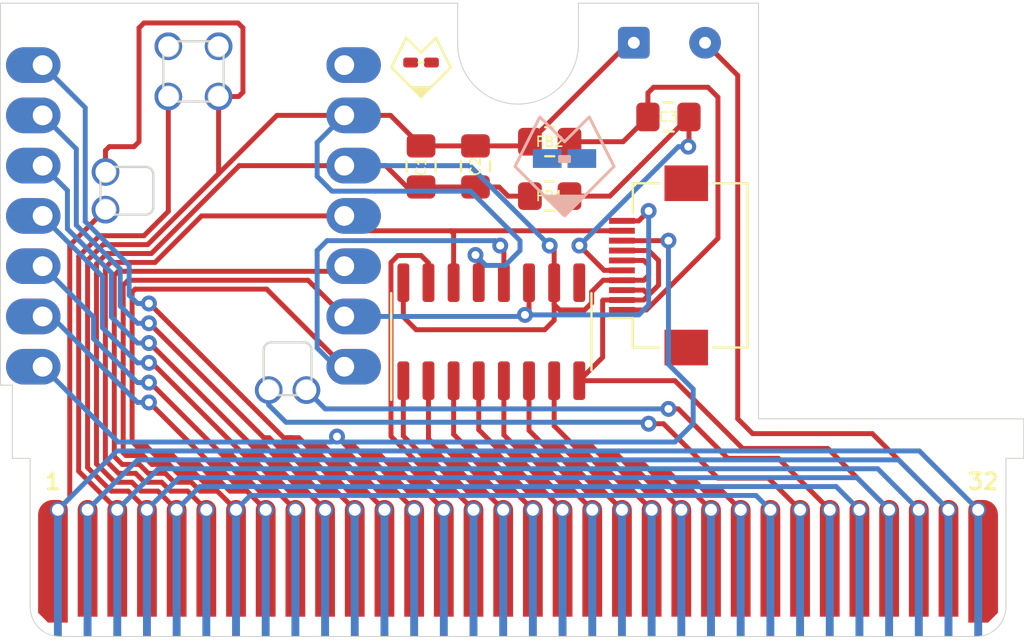
<source format=kicad_pcb>
(kicad_pcb (version 20211014) (generator pcbnew)
  (layers (0 "F.Cu" signal) (31 "B.Cu" signal) (34 "B.Paste" user) (35 "F.Paste" user) (36 "B.SilkS" user "B.Silkscreen") (37 "F.SilkS" user "F.Silkscreen") (38 "B.Mask" user) (39 "F.Mask" user) (44 "Edge.Cuts" user))
  (net 0 "")
  (net 1 "VCC")
  (net 2 "GND")
  (net 3 "Net-(C3-Pad1)")
  (net 4 "Net-(C3-Pad2)")
  (net 5 "BATIN")
  (net 6 "BATOUT")
  (net 7 "RST")
  (net 8 "MOSI")
  (net 9 "MISO")
  (net 10 "SCK")
  (net 11 "IO_CS")
  (net 12 "row5")
  (net 13 "row4")
  (net 14 "row3")
  (net 15 "row2")
  (net 16 "row1")
  (net 17 "row0")
  (net 18 "LCD_CS")
  (net 19 "col0")
  (net 20 "col1")
  (net 21 "col2")
  (net 22 "col3")
  (net 23 "col4")
  (net 24 "col5")
  (net 25 "col6")
  (net 26 "col7")
  (net 27 "NFC0")
  (net 28 "NFC1")
  (footprint "Resistor_SMD:R_0805_2012Metric_Pad1.20x1.40mm_HandSolder" (layer "F.Cu") (at 151.25 94.75 180)
    (fp_text reference "FB1" hide)
    (fp_text value "FerriteBead_Small" hide)
  )
  (footprint "User_Footprints:GameBoy_GamePak_AGB-002_P1.50mm_Edge" (layer "F.Cu") (at 149.65 117)
    (fp_text reference "J1" hide)
    (fp_text value "Conn_01x32_Male" hide)
  )
  (footprint "Resistor_SMD:R_0805_2012Metric_Pad1.20x1.40mm_HandSolder" (layer "F.Cu") (at 151.25 92)
    (fp_text reference "FB2" hide)
    (fp_text value "FerriteBead_Small" hide)
  )
  (footprint "Capacitor_SMD:C_0805_2012Metric_Pad1.18x1.45mm_HandSolder" (layer "F.Cu") (at 144.75 93.25 90)
    (fp_text reference "C1" hide)
    (fp_text value "560pF/680pF" hide)
  )
  (footprint "Capacitor_SMD:C_0805_2012Metric_Pad1.18x1.45mm_HandSolder" (layer "F.Cu") (at 157.25 90.75 180)
    (fp_text reference "C3" hide)
    (fp_text value "1uF" hide)
  )
  (footprint "Package_SO:SOIC-16_3.9x9.9mm_P1.27mm" (layer "F.Cu") (at 148.3 101.6 90)
    (fp_text reference "U2" hide)
    (fp_text value "74HC595" hide)
  )
  (footprint "Capacitor_SMD:C_0805_2012Metric_Pad1.18x1.45mm_HandSolder" (layer "F.Cu") (at 147.5 93.25 90)
    (fp_text reference "C2" hide)
    (fp_text value "1uF " hide)
  )
  (footprint "Connector_FFC-FPC:Hirose_FH12-10S-0.5SH_1x10-1MP_P0.50mm_Horizontal" (layer "F.Cu") (at 156.75 98.25 90)
    (fp_text reference "J3" hide)
    (fp_text value "Conn_01x10" hide)
  )
  (footprint "User_Footprints:xiao-ble-smd-cutout-nfc" (layer "F.Cu") (at 133.25 95.75)
    (fp_text reference "U1" hide)
    (fp_text value "xiao-ble" hide)
    (fp_line (start 3.548408 8.369608) (end 3.548408 6.769408) (layer "Edge.Cuts") (width 0.12))
    (fp_line (start 5.961408 6.769408) (end 5.961408 8.369608) (layer "Edge.Cuts") (width 0.12))
    (fp_line (start 3.929408 6.388408) (end 5.580408 6.388408) (layer "Edge.Cuts") (width 0.12))
    (fp_line (start -1.524 -6.4638) (end -1.524 -8.1402) (layer "Edge.Cuts") (width 0.12))
    (fp_line (start -2.032 -2.095) (end -2.032 -0.444) (layer "Edge.Cuts") (width 0.12))
    (fp_line (start 5.275608 9.055408) (end 4.234208 9.055408) (layer "Edge.Cuts") (width 0.12))
    (fp_line (start 1.524 -6.4638) (end 1.524 -8.1402) (layer "Edge.Cuts") (width 0.12))
    (fp_line (start -2.413 -0.063) (end -4.0132 -0.063) (layer "Edge.Cuts") (width 0.12))
    (fp_line (start -4.0132 -2.476) (end -2.413 -2.476) (layer "Edge.Cuts") (width 0.12))
    (fp_line (start -0.8382 -8.826) (end 0.8382 -8.826) (layer "Edge.Cuts") (width 0.12))
    (fp_line (start -0.8382 -5.778) (end 0.8382 -5.778) (layer "Edge.Cuts") (width 0.12))
    (fp_line (start -4.699 -0.7488) (end -4.699 -1.7902) (layer "Edge.Cuts") (width 0.12))
    (fp_arc (start 5.580408 6.388408) (mid 5.849808 6.500004) (end 5.961408 6.769408) (layer "Edge.Cuts") (width 0.12))
    (fp_arc (start -4.699 -0.7488) (mid -4.095391 -0.666609) (end -4.0132 -0.063) (layer "Edge.Cuts") (width 0.12))
    (fp_arc (start 0.8382 -5.778) (mid 0.920391 -6.381609) (end 1.524 -6.4638) (layer "Edge.Cuts") (width 0.12))
    (fp_arc (start 1.524 -8.1402) (mid 0.920393 -8.222393) (end 0.8382 -8.826) (layer "Edge.Cuts") (width 0.12))
    (fp_arc (start 3.548408 8.369608) (mid 4.152018 8.451801) (end 4.234208 9.055408) (layer "Edge.Cuts") (width 0.12))
    (fp_arc (start -2.413 -2.476) (mid -2.143592 -2.364408) (end -2.032 -2.095) (layer "Edge.Cuts") (width 0.12))
    (fp_arc (start 5.275608 9.055408) (mid 5.357796 8.451796) (end 5.961408 8.369608) (layer "Edge.Cuts") (width 0.12))
    (fp_arc (start 3.548408 6.769408) (mid 3.659998 6.499998) (end 3.929408 6.388408) (layer "Edge.Cuts") (width 0.12))
    (fp_arc (start -4.0132 -2.476) (mid -4.095391 -1.872391) (end -4.699 -1.7902) (layer "Edge.Cuts") (width 0.12))
    (fp_arc (start -0.8382 -8.826) (mid -0.920391 -8.222391) (end -1.524 -8.1402) (layer "Edge.Cuts") (width 0.12))
    (fp_arc (start -1.524 -6.4638) (mid -0.920391 -6.381609) (end -0.8382 -5.778) (layer "Edge.Cuts") (width 0.12))
    (fp_arc (start -2.032 -0.444) (mid -2.143592 -0.174592) (end -2.413 -0.063) (layer "Edge.Cuts") (width 0.12))
  )
  (footprint "Connector_Wire:SolderWire-0.1sqmm_1x02_P3.6mm_D0.4mm_OD1mm" (layer "F.Cu") (at 155.5 87)
    (fp_text reference "J2" hide)
    (fp_text value "Conn_01x02_Female" hide)
  )
  (gr_line (start 149.499999 93.25) (end 150.749999 90.750006) (layer "B.SilkS") (width 0.15))
  (gr_line (start 152.249996 92.749999) (end 152.250004 93.000004) (layer "B.SilkS") (width 0.15))
  (gr_line (start 151.750005 92.749197) (end 152.249999 92.749187) (layer "B.SilkS") (width 0.15))
  (gr_line (start 151.750004 93.000006) (end 151.750004 92.750004) (layer "B.SilkS") (width 0.15))
  (gr_line (start 151.000002 94.749998) (end 153 94.749997) (layer "B.SilkS") (width 0.15))
  (gr_line (start 150.749999 90.750006) (end 152.000006 92) (layer "B.SilkS") (width 0.15))
  (gr_line (start 152.000006 92) (end 153.249999 90.75) (layer "B.SilkS") (width 0.15))
  (gr_line (start 152 95.75) (end 151.000002 94.749998) (layer "B.SilkS") (width 0.15))
  (gr_line (start 153.249999 90.75) (end 154.50001 93.249998) (layer "B.SilkS") (width 0.15))
  (gr_line (start 152.250004 93.000004) (end 151.750004 93.000006) (layer "B.SilkS") (width 0.15))
  (gr_line (start 153 94.749997) (end 152 95.75) (layer "B.SilkS") (width 0.15))
  (gr_line (start 154.50001 93.249998) (end 152 95.75) (layer "B.SilkS") (width 0.15))
  (gr_line (start 152 95.75) (end 149.499999 93.25) (layer "B.SilkS") (width 0.15))
  (gr_line (start 144.625 88) (end 144.875 88) (layer "F.SilkS") (width 0.12))
  (gr_line (start 145.5 86.75) (end 144.75 87.5) (layer "F.SilkS") (width 0.12))
  (gr_line (start 144.75 89.75) (end 146.25 88.25) (layer "F.SilkS") (width 0.12))
  (gr_line (start 146.25 88.25) (end 145.5 86.75) (layer "F.SilkS") (width 0.12))
  (gr_line (start 144.75 89.75) (end 143.25 88.25) (layer "F.SilkS") (width 0.12))
  (gr_line (start 144.25 89.25) (end 145.25 89.25) (layer "F.SilkS") (width 0.12))
  (gr_line (start 144 86.75) (end 143.25 88.25) (layer "F.SilkS") (width 0.12))
  (gr_line (start 144 86.75) (end 144.75 87.5) (layer "F.SilkS") (width 0.12))
  (gr_line (start 172.8 117) (end 126.5 117) (layer "Edge.Cuts") (width 0.05))
  (gr_line (start 174.3 115.5) (end 174.3 108) (layer "Edge.Cuts") (width 0.05))
  (gr_line (start 125 108) (end 124.1 108) (layer "Edge.Cuts") (width 0.05))
  (gr_line (start 125 115.5) (end 125 108) (layer "Edge.Cuts") (width 0.05))
  (gr_line (start 123.5 104.3) (end 123.5 85) (layer "Edge.Cuts") (width 0.05))
  (gr_line (start 175.2 108) (end 174.3 108) (layer "Edge.Cuts") (width 0.05))
  (gr_line (start 175.2 106) (end 175.2 108) (layer "Edge.Cuts") (width 0.05))
  (gr_arc (start 152.7 87.05) (mid 149.65 90.1) (end 146.6 87.05) (layer "Edge.Cuts") (width 0.05))
  (gr_line (start 152.7 85) (end 152.7 87.05) (layer "Edge.Cuts") (width 0.05))
  (gr_line (start 146.6 85) (end 146.6 87.05) (layer "Edge.Cuts") (width 0.05))
  (gr_line (start 123.5 85) (end 146.6 85) (layer "Edge.Cuts") (width 0.05))
  (gr_arc (start 174.3 115.5) (mid 173.86066 116.56066) (end 172.8 117) (layer "Edge.Cuts") (width 0.05))
  (gr_arc (start 126.5 117) (mid 125.43934 116.56066) (end 125 115.5) (layer "Edge.Cuts") (width 0.05))
  (gr_line (start 124.1 104.3) (end 124.1 108) (layer "Edge.Cuts") (width 0.05))
  (gr_line (start 123.5 104.3) (end 124.1 104.3) (layer "Edge.Cuts") (width 0.05))
  (gr_line (start 161.799998 106) (end 175.2 106) (layer "Edge.Cuts") (width 0.05))
  (gr_line (start 161.799998 85) (end 161.799998 106) (layer "Edge.Cuts") (width 0.05))
  (gr_line (start 161.799998 85) (end 152.7 85) (layer "Edge.Cuts") (width 0.05))
  (segment (start 144.5 101.5) (end 151 101.5) (width 0.25) (layer "F.Cu") (net 1))
  (segment (start 153.37 99.58) (end 153.37 100.146751) (width 0.25) (layer "F.Cu") (net 1))
  (segment (start 156.25 98.75) (end 156.25 98.25) (width 0.25) (layer "F.Cu") (net 1))
  (segment (start 135.562792 93.21) (end 140.87 93.21) (width 0.25) (layer "F.Cu") (net 1))
  (segment (start 143.855 100.855) (end 144.5 101.5) (width 0.25) (layer "F.Cu") (net 1))
  (segment (start 156 98) (end 154.9 98) (width 0.25) (layer "F.Cu") (net 1))
  (segment (start 130.143198 109.206802) (end 129.279594 109.206802) (width 0.25) (layer "F.Cu") (net 1))
  (segment (start 144.0375 94.2875) (end 142.96 93.21) (width 0.25) (layer "F.Cu") (net 1))
  (segment (start 151.475 99.125) (end 151.475 97.475) (width 0.25) (layer "F.Cu") (net 1))
  (segment (start 144.75 94.2875) (end 147.5 94.2875) (width 0.25) (layer "F.Cu") (net 1))
  (segment (start 154.9 99) (end 156 99) (width 0.25) (layer "F.Cu") (net 1))
  (segment (start 150.25 94.75) (end 149.15 94.75) (width 0.25) (layer "F.Cu") (net 1))
  (segment (start 151.75 100.5) (end 151.475 100.225) (width 0.25) (layer "F.Cu") (net 1))
  (segment (start 148.6875 94.2875) (end 147.5 94.2875) (width 0.25) (layer "F.Cu") (net 1))
  (segment (start 130.593198 109.656802) (end 130.143198 109.206802) (width 0.25) (layer "F.Cu") (net 1))
  (segment (start 151.475 100.225) (end 151.475 99.125) (width 0.25) (layer "F.Cu") (net 1))
  (segment (start 153.95 99) (end 153.37 99.58) (width 0.25) (layer "F.Cu") (net 1))
  (segment (start 128.35 108.277208) (end 128.35 98.172792) (width 0.25) (layer "F.Cu") (net 1))
  (segment (start 143.855 99.125) (end 143.855 100.855) (width 0.25) (layer "F.Cu") (net 1))
  (segment (start 142.96 93.21) (end 140.87 93.21) (width 0.25) (layer "F.Cu") (net 1))
  (segment (start 132.4 110.6) (end 131.456802 109.656802) (width 0.25) (layer "F.Cu") (net 1))
  (segment (start 154.9 99) (end 153.95 99) (width 0.25) (layer "F.Cu") (net 1))
  (segment (start 129.279594 109.206802) (end 128.35 108.277208) (width 0.25) (layer "F.Cu") (net 1))
  (segment (start 128.35 98.172792) (end 128.872792 97.65) (width 0.25) (layer "F.Cu") (net 1))
  (segment (start 153.37 100.146751) (end 153.016751 100.5) (width 0.25) (layer "F.Cu") (net 1))
  (segment (start 156.25 98.25) (end 156 98) (width 0.25) (layer "F.Cu") (net 1))
  (segment (start 128.872792 97.65) (end 131.122792 97.65) (width 0.25) (layer "F.Cu") (net 1))
  (segment (start 151.475 99.125) (end 151.475 101.025) (width 0.25) (layer "F.Cu") (net 1))
  (segment (start 153.016751 100.5) (end 151.75 100.5) (width 0.25) (layer "F.Cu") (net 1))
  (segment (start 156 99) (end 156.25 98.75) (width 0.25) (layer "F.Cu") (net 1))
  (segment (start 131.122792 97.65) (end 135.562792 93.21) (width 0.25) (layer "F.Cu") (net 1))
  (segment (start 151.475 97.475) (end 151.25 97.25) (width 0.25) (layer "F.Cu") (net 1))
  (segment (start 131.456802 109.656802) (end 130.593198 109.656802) (width 0.25) (layer "F.Cu") (net 1))
  (segment (start 149.15 94.75) (end 148.6875 94.2875) (width 0.25) (layer "F.Cu") (net 1))
  (segment (start 151.475 101.025) (end 151 101.5) (width 0.25) (layer "F.Cu") (net 1))
  (segment (start 144.75 94.2875) (end 144.0375 94.2875) (width 0.25) (layer "F.Cu") (net 1))
  (via (at 151.25 97.25) (size 0.8) (drill 0.4) (layers "F.Cu" "B.Cu") (net 1))
  (segment (start 147.21 93.21) (end 151.25 97.25) (width 0.25) (layer "B.Cu") (net 1))
  (segment (start 133.575 109.425) (end 165.725 109.425) (width 0.25) (layer "B.Cu") (net 1))
  (segment (start 165.725 109.425) (end 166.9 110.6) (width 0.25) (layer "B.Cu") (net 1))
  (segment (start 132.4 110.6) (end 133.575 109.425) (width 0.25) (layer "B.Cu") (net 1))
  (segment (start 140.87 93.21) (end 147.21 93.21) (width 0.25) (layer "B.Cu") (net 1))
  (segment (start 155.25 87) (end 155.5 87) (width 0.25) (layer "F.Cu") (net 2))
  (segment (start 156 99.5) (end 154.9 99.5) (width 0.25) (layer "F.Cu") (net 2))
  (segment (start 165.3 107.5) (end 161 107.5) (width 0.25) (layer "F.Cu") (net 2))
  (segment (start 130.9 110.6) (end 129.956802 109.656802) (width 0.25) (layer "F.Cu") (net 2))
  (segment (start 156.25 97.5) (end 154.9 97.5) (width 0.25) (layer "F.Cu") (net 2))
  (segment (start 143.2075 90.67) (end 144.75 92.2125) (width 0.25) (layer "F.Cu") (net 2))
  (segment (start 156 99.5) (end 156.25 99.75) (width 0.25) (layer "F.Cu") (net 2))
  (segment (start 130.75 86) (end 135.5 86) (width 0.25) (layer "F.Cu") (net 2))
  (segment (start 147.665 99.125) (end 147.665 97.8895) (width 0.25) (layer "F.Cu") (net 2))
  (segment (start 147.5 92.2125) (end 150.0375 92.2125) (width 0.25) (layer "F.Cu") (net 2))
  (segment (start 153.925 102.895) (end 152.745 104.075) (width 0.25) (layer "F.Cu") (net 2))
  (segment (start 144.75 92.2125) (end 147.5 92.2125) (width 0.25) (layer "F.Cu") (net 2))
  (segment (start 154.9 100) (end 156 100) (width 0.25) (layer "F.Cu") (net 2))
  (segment (start 128.686396 97.2) (end 130.936396 97.2) (width 0.25) (layer "F.Cu") (net 2))
  (segment (start 161 107.5) (end 157.575 104.075) (width 0.25) (layer "F.Cu") (net 2))
  (segment (start 130.5 92) (end 130.5 86.25) (width 0.25) (layer "F.Cu") (net 2))
  (segment (start 156.25 99.75) (end 156.75 99.25) (width 0.25) (layer "F.Cu") (net 2))
  (segment (start 150.0375 92.2125) (end 150.25 92) (width 0.25) (layer "F.Cu") (net 2))
  (segment (start 153.95 100) (end 153.925 100.025) (width 0.25) (layer "F.Cu") (net 2))
  (segment (start 134.318198 93.818198) (end 137.466396 90.67) (width 0.25) (layer "F.Cu") (net 2))
  (segment (start 127.9 97.986396) (end 128.686396 97.2) (width 0.25) (layer "F.Cu") (net 2))
  (segment (start 130.25 92.25) (end 130.5 92) (width 0.25) (layer "F.Cu") (net 2))
  (segment (start 135.75 89.5) (end 135.532 89.718) (width 0.25) (layer "F.Cu") (net 2))
  (segment (start 135.532 89.718) (end 134.52 89.718) (width 0.25) (layer "F.Cu") (net 2))
  (segment (start 127.9 108.463604) (end 127.9 97.986396) (width 0.25) (layer "F.Cu") (net 2))
  (segment (start 156 100) (end 156.25 99.75) (width 0.25) (layer "F.Cu") (net 2))
  (segment (start 150.25 92) (end 155.25 87) (width 0.25) (layer "F.Cu") (net 2))
  (segment (start 128.805 93.528) (end 128.805 92.445) (width 0.25) (layer "F.Cu") (net 2))
  (segment (start 134.52 89.718) (end 134.52 93.616396) (width 0.25) (layer "F.Cu") (net 2))
  (segment (start 128.805 92.445) (end 129 92.25) (width 0.25) (layer "F.Cu") (net 2))
  (segment (start 129.093198 109.656802) (end 127.9 108.463604) (width 0.25) (layer "F.Cu") (net 2))
  (segment (start 130.936396 97.2) (end 134.318198 93.818198) (width 0.25) (layer "F.Cu") (net 2))
  (segment (start 168.4 110.6) (end 165.3 107.5) (width 0.25) (layer "F.Cu") (net 2))
  (segment (start 135.75 86.25) (end 135.75 89.5) (width 0.25) (layer "F.Cu") (net 2))
  (segment (start 130.5 86.25) (end 130.75 86) (width 0.25) (layer "F.Cu") (net 2))
  (segment (start 135.5 86) (end 135.75 86.25) (width 0.25) (layer "F.Cu") (net 2))
  (segment (start 157.575 104.075) (end 152.745 104.075) (width 0.25) (layer "F.Cu") (net 2))
  (segment (start 153.925 100.025) (end 153.925 102.895) (width 0.25) (layer "F.Cu") (net 2))
  (segment (start 129 92.25) (end 130.25 92.25) (width 0.25) (layer "F.Cu") (net 2))
  (segment (start 154.9 100) (end 153.95 100) (width 0.25) (layer "F.Cu") (net 2))
  (segment (start 147.665 97.8895) (end 147.5 97.7245) (width 0.25) (layer "F.Cu") (net 2))
  (segment (start 134.52 93.616396) (end 134.318198 93.818198) (width 0.25) (layer "F.Cu") (net 2))
  (segment (start 156.75 99.25) (end 156.75 98) (width 0.25) (layer "F.Cu") (net 2))
  (segment (start 140.87 90.67) (end 143.2075 90.67) (width 0.25) (layer "F.Cu") (net 2))
  (segment (start 129.956802 109.656802) (end 129.093198 109.656802) (width 0.25) (layer "F.Cu") (net 2))
  (segment (start 137.466396 90.67) (end 140.87 90.67) (width 0.25) (layer "F.Cu") (net 2))
  (segment (start 156.75 98) (end 156.25 97.5) (width 0.25) (layer "F.Cu") (net 2))
  (via (at 147.5 97.7245) (size 0.8) (drill 0.4) (layers "F.Cu" "B.Cu") (net 2))
  (segment (start 166.775 108.975) (end 132.525 108.975) (width 0.25) (layer "B.Cu") (net 2))
  (segment (start 148.0255 98.25) (end 149 98.25) (width 0.25) (layer "B.Cu") (net 2))
  (segment (start 139.5 92.04) (end 140.87 90.67) (width 0.25) (layer "B.Cu") (net 2))
  (segment (start 149 98.25) (end 149.75 97.5) (width 0.25) (layer "B.Cu") (net 2))
  (segment (start 149.75 97) (end 147.25 94.5) (width 0.25) (layer "B.Cu") (net 2))
  (segment (start 147.5 97.7245) (end 148.0255 98.25) (width 0.25) (layer "B.Cu") (net 2))
  (segment (start 132.525 108.975) (end 130.9 110.6) (width 0.25) (layer "B.Cu") (net 2))
  (segment (start 147.25 94.5) (end 140.25 94.5) (width 0.25) (layer "B.Cu") (net 2))
  (segment (start 168.4 110.6) (end 166.775 108.975) (width 0.25) (layer "B.Cu") (net 2))
  (segment (start 140.25 94.5) (end 139.5 93.75) (width 0.25) (layer "B.Cu") (net 2))
  (segment (start 149.75 97.5) (end 149.75 97) (width 0.25) (layer "B.Cu") (net 2))
  (segment (start 139.5 93.75) (end 139.5 92.04) (width 0.25) (layer "B.Cu") (net 2))
  (segment (start 158.2875 92.2125) (end 158.25 92.25) (width 0.25) (layer "F.Cu") (net 3))
  (segment (start 154 98.5) (end 152.75 97.25) (width 0.25) (layer "F.Cu") (net 3))
  (segment (start 152.25 94.75) (end 154.2875 94.75) (width 0.25) (layer "F.Cu") (net 3))
  (segment (start 154.9 98.5) (end 154 98.5) (width 0.25) (layer "F.Cu") (net 3))
  (segment (start 158.2875 90.75) (end 158.2875 92.2125) (width 0.25) (layer "F.Cu") (net 3))
  (segment (start 154.2875 94.75) (end 158.2875 90.75) (width 0.25) (layer "F.Cu") (net 3))
  (via (at 158.25 92.25) (size 0.8) (drill 0.4) (layers "F.Cu" "B.Cu") (net 3))
  (via (at 152.75 97.25) (size 0.8) (drill 0.4) (layers "F.Cu" "B.Cu") (net 3))
  (segment (start 157.75 92.25) (end 158.25 92.25) (width 0.25) (layer "B.Cu") (net 3))
  (segment (start 152.75 97.25) (end 157.75 92.25) (width 0.25) (layer "B.Cu") (net 3))
  (segment (start 156.5 89.25) (end 156.2125 89.5375) (width 0.25) (layer "F.Cu") (net 4))
  (segment (start 159.75 96.886396) (end 159.75 89.75) (width 0.25) (layer "F.Cu") (net 4))
  (segment (start 156.136396 100.5) (end 159.75 96.886396) (width 0.25) (layer "F.Cu") (net 4))
  (segment (start 154.9 100.5) (end 156.136396 100.5) (width 0.25) (layer "F.Cu") (net 4))
  (segment (start 159.25 89.25) (end 156.5 89.25) (width 0.25) (layer "F.Cu") (net 4))
  (segment (start 152.25 92) (end 154.9625 92) (width 0.25) (layer "F.Cu") (net 4))
  (segment (start 156.2125 89.5375) (end 156.2125 90.75) (width 0.25) (layer "F.Cu") (net 4))
  (segment (start 154.9625 92) (end 156.2125 90.75) (width 0.25) (layer "F.Cu") (net 4))
  (segment (start 159.75 89.75) (end 159.25 89.25) (width 0.25) (layer "F.Cu") (net 4))
  (segment (start 160.75 106) (end 160.75 88.65) (width 0.25) (layer "F.Cu") (net 5))
  (segment (start 167.55 106.75) (end 161.5 106.75) (width 0.25) (layer "F.Cu") (net 5))
  (segment (start 161.5 106.75) (end 160.75 106) (width 0.25) (layer "F.Cu") (net 5))
  (segment (start 171.4 110.6) (end 167.55 106.75) (width 0.25) (layer "F.Cu") (net 5))
  (segment (start 160.75 88.65) (end 159.1 87) (width 0.25) (layer "F.Cu") (net 5))
  (segment (start 168.875 108.075) (end 130.425 108.075) (width 0.25) (layer "B.Cu") (net 5))
  (segment (start 171.4 110.6) (end 168.875 108.075) (width 0.25) (layer "B.Cu") (net 5))
  (segment (start 130.425 108.075) (end 127.9 110.6) (width 0.25) (layer "B.Cu") (net 5))
  (segment (start 126.4 110.6) (end 127 110) (width 0.25) (layer "F.Cu") (net 6))
  (segment (start 127 97.238) (end 128.805 95.433) (width 0.25) (layer "F.Cu") (net 6))
  (segment (start 127 110) (end 127 97.238) (width 0.25) (layer "F.Cu") (net 6))
  (segment (start 129.375 107.625) (end 169.925 107.625) (width 0.25) (layer "B.Cu") (net 6))
  (segment (start 126.4 110.6) (end 129.375 107.625) (width 0.25) (layer "B.Cu") (net 6))
  (segment (start 169.925 107.625) (end 172.9 110.6) (width 0.25) (layer "B.Cu") (net 6))
  (segment (start 128.5 96.75) (end 130.75 96.75) (width 0.25) (layer "F.Cu") (net 7))
  (segment (start 130.75 96.75) (end 131.98 95.52) (width 0.25) (layer "F.Cu") (net 7))
  (segment (start 131.98 95.52) (end 131.98 89.718) (width 0.25) (layer "F.Cu") (net 7))
  (segment (start 127.45 97.8) (end 128.5 96.75) (width 0.25) (layer "F.Cu") (net 7))
  (segment (start 127.45 108.65) (end 127.45 97.8) (width 0.25) (layer "F.Cu") (net 7))
  (segment (start 129.4 110.6) (end 127.45 108.65) (width 0.25) (layer "F.Cu") (net 7))
  (segment (start 129.4 110.6) (end 131.475 108.525) (width 0.25) (layer "B.Cu") (net 7))
  (segment (start 131.475 108.525) (end 167.825 108.525) (width 0.25) (layer "B.Cu") (net 7))
  (segment (start 167.825 108.525) (end 169.9 110.6) (width 0.25) (layer "B.Cu") (net 7))
  (segment (start 131.309188 98.1) (end 133.659188 95.75) (width 0.25) (layer "F.Cu") (net 8))
  (segment (start 128.8 108.090812) (end 128.8 98.359188) (width 0.25) (layer "F.Cu") (net 8))
  (segment (start 132.093198 109.656802) (end 131.643198 109.206802) (width 0.25) (layer "F.Cu") (net 8))
  (segment (start 146.395 99.125) (end 146.395 96.645) (width 0.25) (layer "F.Cu") (net 8))
  (segment (start 146.395 96.645) (end 146.25 96.5) (width 0.25) (layer "F.Cu") (net 8))
  (segment (start 141.62 96.5) (end 140.87 95.75) (width 0.25) (layer "F.Cu") (net 8))
  (segment (start 132.956802 109.656802) (end 132.093198 109.656802) (width 0.25) (layer "F.Cu") (net 8))
  (segment (start 154.9 96.5) (end 146.25 96.5) (width 0.25) (layer "F.Cu") (net 8))
  (segment (start 133.659188 95.75) (end 140.87 95.75) (width 0.25) (layer "F.Cu") (net 8))
  (segment (start 146.25 96.5) (end 141.62 96.5) (width 0.25) (layer "F.Cu") (net 8))
  (segment (start 129.059188 98.1) (end 131.309188 98.1) (width 0.25) (layer "F.Cu") (net 8))
  (segment (start 128.8 98.359188) (end 129.059188 98.1) (width 0.25) (layer "F.Cu") (net 8))
  (segment (start 130.779594 109.206802) (end 130.329594 108.756802) (width 0.25) (layer "F.Cu") (net 8))
  (segment (start 131.643198 109.206802) (end 130.779594 109.206802) (width 0.25) (layer "F.Cu") (net 8))
  (segment (start 130.329594 108.756802) (end 129.46599 108.756802) (width 0.25) (layer "F.Cu") (net 8))
  (segment (start 133.9 110.6) (end 132.956802 109.656802) (width 0.25) (layer "F.Cu") (net 8))
  (segment (start 129.46599 108.756802) (end 128.8 108.090812) (width 0.25) (layer "F.Cu") (net 8))
  (segment (start 135.4 110.6) (end 134.456802 109.656802) (width 0.25) (layer "F.Cu") (net 9))
  (segment (start 133.593198 109.656802) (end 133.143198 109.206802) (width 0.25) (layer "F.Cu") (net 9))
  (segment (start 129.25 107.904416) (end 129.25 98.75) (width 0.25) (layer "F.Cu") (net 9))
  (segment (start 130.96599 108.756802) (end 130.51599 108.306802) (width 0.25) (layer "F.Cu") (net 9))
  (segment (start 129.45 98.55) (end 140.61 98.55) (width 0.25) (layer "F.Cu") (net 9))
  (segment (start 129.25 98.75) (end 129.45 98.55) (width 0.25) (layer "F.Cu") (net 9))
  (segment (start 140.61 98.55) (end 140.87 98.29) (width 0.25) (layer "F.Cu") (net 9))
  (segment (start 134.456802 109.656802) (end 133.593198 109.656802) (width 0.25) (layer "F.Cu") (net 9))
  (segment (start 131.829594 108.756802) (end 130.96599 108.756802) (width 0.25) (layer "F.Cu") (net 9))
  (segment (start 129.652386 108.306802) (end 129.25 107.904416) (width 0.25) (layer "F.Cu") (net 9))
  (segment (start 133.143198 109.206802) (end 132.279594 109.206802) (width 0.25) (layer "F.Cu") (net 9))
  (segment (start 132.279594 109.206802) (end 131.829594 108.756802) (width 0.25) (layer "F.Cu") (net 9))
  (segment (start 130.51599 108.306802) (end 129.652386 108.306802) (width 0.25) (layer "F.Cu") (net 9))
  (segment (start 161.675 109.875) (end 162.4 110.6) (width 0.25) (layer "B.Cu") (net 9))
  (segment (start 136.125 109.875) (end 161.675 109.875) (width 0.25) (layer "B.Cu") (net 9))
  (segment (start 135.4 110.6) (end 136.125 109.875) (width 0.25) (layer "B.Cu") (net 9))
  (segment (start 129.838782 107.856802) (end 129.7 107.71802) (width 0.25) (layer "F.Cu") (net 10))
  (segment (start 139.04 99) (end 140.87 100.83) (width 0.25) (layer "F.Cu") (net 10))
  (segment (start 130.702386 107.856802) (end 129.838782 107.856802) (width 0.25) (layer "F.Cu") (net 10))
  (segment (start 133.779594 109.206802) (end 133.329594 108.756802) (width 0.25) (layer "F.Cu") (net 10))
  (segment (start 129.95 99) (end 139.04 99) (width 0.25) (layer "F.Cu") (net 10))
  (segment (start 133.329594 108.756802) (end 132.46599 108.756802) (width 0.25) (layer "F.Cu") (net 10))
  (segment (start 132.01599 108.306802) (end 131.152386 108.306802) (width 0.25) (layer "F.Cu") (net 10))
  (segment (start 129.7 107.71802) (end 129.7 99.25) (width 0.25) (layer "F.Cu") (net 10))
  (segment (start 131.152386 108.306802) (end 130.702386 107.856802) (width 0.25) (layer "F.Cu") (net 10))
  (segment (start 135.093198 109.656802) (end 134.643198 109.206802) (width 0.25) (layer "F.Cu") (net 10))
  (segment (start 129.7 99.25) (end 129.95 99) (width 0.25) (layer "F.Cu") (net 10))
  (segment (start 150.205 100.545) (end 150 100.75) (width 0.25) (layer "F.Cu") (net 10))
  (segment (start 136.9 110.6) (end 135.956802 109.656802) (width 0.25) (layer "F.Cu") (net 10))
  (segment (start 154.9 96) (end 155.75 96) (width 0.25) (layer "F.Cu") (net 10))
  (segment (start 132.46599 108.756802) (end 132.01599 108.306802) (width 0.25) (layer "F.Cu") (net 10))
  (segment (start 155.75 96) (end 156.25 95.5) (width 0.25) (layer "F.Cu") (net 10))
  (segment (start 150.205 99.125) (end 150.205 100.545) (width 0.25) (layer "F.Cu") (net 10))
  (segment (start 135.956802 109.656802) (end 135.093198 109.656802) (width 0.25) (layer "F.Cu") (net 10))
  (segment (start 134.643198 109.206802) (end 133.779594 109.206802) (width 0.25) (layer "F.Cu") (net 10))
  (via (at 150 100.75) (size 0.8) (drill 0.4) (layers "F.Cu" "B.Cu") (net 10))
  (via (at 156.25 95.5) (size 0.8) (drill 0.4) (layers "F.Cu" "B.Cu") (net 10))
  (segment (start 155.75 100.75) (end 156.25 100.25) (width 0.25) (layer "B.Cu") (net 10))
  (segment (start 149.92 100.83) (end 140.87 100.83) (width 0.25) (layer "B.Cu") (net 10))
  (segment (start 156.25 100.25) (end 156.25 95.5) (width 0.25) (layer "B.Cu") (net 10))
  (segment (start 150 100.75) (end 155.75 100.75) (width 0.25) (layer "B.Cu") (net 10))
  (segment (start 150 100.75) (end 149.92 100.83) (width 0.25) (layer "B.Cu") (net 10))
  (segment (start 134.829594 108.756802) (end 133.96599 108.756802) (width 0.25) (layer "F.Cu") (net 11))
  (segment (start 148.935 97.435) (end 148.75 97.25) (width 0.25) (layer "F.Cu") (net 11))
  (segment (start 132.652386 108.306802) (end 132.202386 107.856802) (width 0.25) (layer "F.Cu") (net 11))
  (segment (start 137.456802 109.656802) (end 136.593198 109.656802) (width 0.25) (layer "F.Cu") (net 11))
  (segment (start 130.3 99.45) (end 136.95 99.45) (width 0.25) (layer "F.Cu") (net 11))
  (segment (start 133.51599 108.306802) (end 132.652386 108.306802) (width 0.25) (layer "F.Cu") (net 11))
  (segment (start 131.338782 107.856802) (end 130.888782 107.406802) (width 0.25) (layer "F.Cu") (net 11))
  (segment (start 132.202386 107.856802) (end 131.338782 107.856802) (width 0.25) (layer "F.Cu") (net 11))
  (segment (start 136.593198 109.656802) (end 136.143198 109.206802) (width 0.25) (layer "F.Cu") (net 11))
  (segment (start 136.95 99.45) (end 140.87 103.37) (width 0.25) (layer "F.Cu") (net 11))
  (segment (start 130.15 107.15) (end 130.15 99.6) (width 0.25) (layer "F.Cu") (net 11))
  (segment (start 135.279594 109.206802) (end 134.829594 108.756802) (width 0.25) (layer "F.Cu") (net 11))
  (segment (start 136.143198 109.206802) (end 135.279594 109.206802) (width 0.25) (layer "F.Cu") (net 11))
  (segment (start 130.15 99.6) (end 130.3 99.45) (width 0.25) (layer "F.Cu") (net 11))
  (segment (start 133.96599 108.756802) (end 133.51599 108.306802) (width 0.25) (layer "F.Cu") (net 11))
  (segment (start 130.406802 107.406802) (end 130.15 107.15) (width 0.25) (layer "F.Cu") (net 11))
  (segment (start 130.888782 107.406802) (end 130.406802 107.406802) (width 0.25) (layer "F.Cu") (net 11))
  (segment (start 148.935 99.125) (end 148.935 97.435) (width 0.25) (layer "F.Cu") (net 11))
  (segment (start 138.4 110.6) (end 137.456802 109.656802) (width 0.25) (layer "F.Cu") (net 11))
  (via (at 148.75 97.25) (size 0.8) (drill 0.4) (layers "F.Cu" "B.Cu") (net 11))
  (segment (start 140.445098 103.37) (end 139.5 102.424902) (width 0.25) (layer "B.Cu") (net 11))
  (segment (start 139.5 97.5) (end 140 97) (width 0.25) (layer "B.Cu") (net 11))
  (segment (start 139.5 97.75) (end 139.5 97.5) (width 0.25) (layer "B.Cu") (net 11))
  (segment (start 140 97) (end 148.5 97) (width 0.25) (layer "B.Cu") (net 11))
  (segment (start 139.5 102.424902) (end 139.5 97.75) (width 0.25) (layer "B.Cu") (net 11))
  (segment (start 140.87 103.37) (end 140.445098 103.37) (width 0.25) (layer "B.Cu") (net 11))
  (segment (start 148.5 97) (end 148.75 97.25) (width 0.25) (layer "B.Cu") (net 11))
  (segment (start 136.329594 108.756802) (end 136.779594 109.206802) (width 0.25) (layer "F.Cu") (net 12))
  (segment (start 137.643198 109.206802) (end 138.093198 109.656802) (width 0.25) (layer "F.Cu") (net 12))
  (segment (start 131 105.172015) (end 131.017599 105.172015) (width 0.25) (layer "F.Cu") (net 12))
  (segment (start 134.152386 108.306802) (end 135.01599 108.306802) (width 0.25) (layer "F.Cu") (net 12))
  (segment (start 138.093198 109.656802) (end 138.956802 109.656802) (width 0.25) (layer "F.Cu") (net 12))
  (segment (start 135.46599 108.756802) (end 136.329594 108.756802) (width 0.25) (layer "F.Cu") (net 12))
  (segment (start 138.956802 109.656802) (end 139.9 110.6) (width 0.25) (layer "F.Cu") (net 12))
  (segment (start 131.017599 105.172015) (end 134.152386 108.306802) (width 0.25) (layer "F.Cu") (net 12))
  (segment (start 136.779594 109.206802) (end 137.643198 109.206802) (width 0.25) (layer "F.Cu") (net 12))
  (segment (start 135.01599 108.306802) (end 135.46599 108.756802) (width 0.25) (layer "F.Cu") (net 12))
  (via (at 131 105.172015) (size 0.8) (drill 0.4) (layers "F.Cu" "B.Cu") (net 12))
  (segment (start 126.08 100.83) (end 125.63 100.83) (width 0.25) (layer "B.Cu") (net 12))
  (segment (start 131 105.172015) (end 130.422015 105.172015) (width 0.25) (layer "B.Cu") (net 12))
  (segment (start 130.422015 105.172015) (end 126.08 100.83) (width 0.25) (layer "B.Cu") (net 12))
  (segment (start 134.75 107.856802) (end 135.202386 107.856802) (width 0.25) (layer "F.Cu") (net 13))
  (segment (start 139.593198 109.656802) (end 140.456802 109.656802) (width 0.25) (layer "F.Cu") (net 13))
  (segment (start 135.652386 108.306802) (end 136.51599 108.306802) (width 0.25) (layer "F.Cu") (net 13))
  (segment (start 140.456802 109.656802) (end 141.4 110.6) (width 0.25) (layer "F.Cu") (net 13))
  (segment (start 137.829594 108.756802) (end 138.279594 109.206802) (width 0.25) (layer "F.Cu") (net 13))
  (segment (start 138.279594 109.206802) (end 139.143198 109.206802) (width 0.25) (layer "F.Cu") (net 13))
  (segment (start 136.96599 108.756802) (end 137.829594 108.756802) (width 0.25) (layer "F.Cu") (net 13))
  (segment (start 131 104.172512) (end 131.06571 104.172512) (width 0.25) (layer "F.Cu") (net 13))
  (segment (start 139.143198 109.206802) (end 139.593198 109.656802) (width 0.25) (layer "F.Cu") (net 13))
  (segment (start 135.202386 107.856802) (end 135.652386 108.306802) (width 0.25) (layer "F.Cu") (net 13))
  (segment (start 131.06571 104.172512) (end 134.75 107.856802) (width 0.25) (layer "F.Cu") (net 13))
  (segment (start 136.51599 108.306802) (end 136.96599 108.756802) (width 0.25) (layer "F.Cu") (net 13))
  (via (at 131 104.172512) (size 0.8) (drill 0.4) (layers "F.Cu" "B.Cu") (net 13))
  (segment (start 131 104.172512) (end 130.422512 104.172512) (width 0.25) (layer "B.Cu") (net 13))
  (segment (start 130.422512 104.172512) (end 128.2 101.95) (width 0.25) (layer "B.Cu") (net 13))
  (segment (start 128.2 101.95) (end 128.2 100.86) (width 0.25) (layer "B.Cu") (net 13))
  (segment (start 130.536116 104.172512) (end 131 104.172512) (width 0.25) (layer "B.Cu") (net 13))
  (segment (start 128.2 100.86) (end 125.63 98.29) (width 0.25) (layer "B.Cu") (net 13))
  (segment (start 138.46599 108.756802) (end 139.329594 108.756802) (width 0.25) (layer "F.Cu") (net 14))
  (segment (start 135.838782 107.856802) (end 136.702386 107.856802) (width 0.25) (layer "F.Cu") (net 14))
  (segment (start 141.956802 109.656802) (end 142.9 110.6) (width 0.25) (layer "F.Cu") (net 14))
  (segment (start 138.01599 108.306802) (end 138.46599 108.756802) (width 0.25) (layer "F.Cu") (net 14))
  (segment (start 139.779594 109.206802) (end 140.643198 109.206802) (width 0.25) (layer "F.Cu") (net 14))
  (segment (start 131 103.173009) (end 131.154989 103.173009) (width 0.25) (layer "F.Cu") (net 14))
  (segment (start 141.093198 109.656802) (end 141.956802 109.656802) (width 0.25) (layer "F.Cu") (net 14))
  (segment (start 139.329594 108.756802) (end 139.779594 109.206802) (width 0.25) (layer "F.Cu") (net 14))
  (segment (start 137.152386 108.306802) (end 138.01599 108.306802) (width 0.25) (layer "F.Cu") (net 14))
  (segment (start 140.643198 109.206802) (end 141.093198 109.656802) (width 0.25) (layer "F.Cu") (net 14))
  (segment (start 136.702386 107.856802) (end 137.152386 108.306802) (width 0.25) (layer "F.Cu") (net 14))
  (segment (start 131.154989 103.173009) (end 135.838782 107.856802) (width 0.25) (layer "F.Cu") (net 14))
  (via (at 131 103.173009) (size 0.8) (drill 0.4) (layers "F.Cu" "B.Cu") (net 14))
  (segment (start 130.423009 103.173009) (end 128.65 101.4) (width 0.25) (layer "B.Cu") (net 14))
  (segment (start 128.65 101.4) (end 128.65 98.809188) (width 0.25) (layer "B.Cu") (net 14))
  (segment (start 131 103.173009) (end 130.423009 103.173009) (width 0.25) (layer "B.Cu") (net 14))
  (segment (start 128.65 98.809188) (end 125.63 95.789188) (width 0.25) (layer "B.Cu") (net 14))
  (segment (start 125.63 95.789188) (end 125.63 95.75) (width 0.25) (layer "B.Cu") (net 14))
  (segment (start 141.161396 109.088604) (end 140.829594 108.756802) (width 0.25) (layer "F.Cu") (net 15))
  (segment (start 139.51599 108.306802) (end 139 108.306802) (width 0.25) (layer "F.Cu") (net 15))
  (segment (start 143.456802 109.656802) (end 142.593198 109.656802) (width 0.25) (layer "F.Cu") (net 15))
  (segment (start 139 108.306802) (end 138.75 108.306802) (width 0.25) (layer "F.Cu") (net 15))
  (segment (start 137.829594 107.856802) (end 137.338782 107.856802) (width 0.25) (layer "F.Cu") (net 15))
  (segment (start 141.279594 109.206802) (end 141.161396 109.088604) (width 0.25) (layer "F.Cu") (net 15))
  (segment (start 138.75 108.306802) (end 138.652386 108.306802) (width 0.25) (layer "F.Cu") (net 15))
  (segment (start 139.96599 108.756802) (end 139.854594 108.645406) (width 0.25) (layer "F.Cu") (net 15))
  (segment (start 140.08401 108.756802) (end 139.96599 108.756802) (width 0.25) (layer "F.Cu") (net 15))
  (segment (start 141.770406 109.206802) (end 141.279594 109.206802) (width 0.25) (layer "F.Cu") (net 15))
  (segment (start 137.338782 107.856802) (end 136.99099 107.50901) (width 0.25) (layer "F.Cu") (net 15))
  (segment (start 131 102.173506) (end 131.025802 102.173506) (width 0.25) (layer "F.Cu") (net 15))
  (segment (start 140.5 108.756802) (end 140.08401 108.756802) (width 0.25) (layer "F.Cu") (net 15))
  (segment (start 138.422792 108.077208) (end 138.202386 107.856802) (width 0.25) (layer "F.Cu") (net 15))
  (segment (start 144.4 110.6) (end 143.456802 109.656802) (width 0.25) (layer "F.Cu") (net 15))
  (segment (start 138.652386 108.306802) (end 138.422792 108.077208) (width 0.25) (layer "F.Cu") (net 15))
  (segment (start 142.143198 109.206802) (end 141.770406 109.206802) (width 0.25) (layer "F.Cu") (net 15))
  (segment (start 136.259098 107.406802) (end 136.888782 107.406802) (width 0.25) (layer "F.Cu") (net 15))
  (segment (start 131.025802 102.173506) (end 136.259098 107.406802) (width 0.25) (layer "F.Cu") (net 15))
  (segment (start 139.854594 108.645406) (end 139.51599 108.306802) (width 0.25) (layer "F.Cu") (net 15))
  (segment (start 136.99099 107.50901) (end 136.888782 107.406802) (width 0.25) (layer "F.Cu") (net 15))
  (segment (start 142.593198 109.656802) (end 142.143198 109.206802) (width 0.25) (layer "F.Cu") (net 15))
  (segment (start 138.202386 107.856802) (end 137.829594 107.856802) (width 0.25) (layer "F.Cu") (net 15))
  (segment (start 136.888782 107.406802) (end 136.5 107.406802) (width 0.25) (layer "F.Cu") (net 15))
  (segment (start 140.829594 108.756802) (end 140.5 108.756802) (width 0.25) (layer "F.Cu") (net 15))
  (via (at 131 102.173506) (size 0.8) (drill 0.4) (layers "F.Cu" "B.Cu") (net 15))
  (segment (start 129.1 98.622792) (end 126.8815 96.404292) (width 0.25) (layer "B.Cu") (net 15))
  (segment (start 126.8815 94.4615) (end 125.63 93.21) (width 0.25) (layer "B.Cu") (net 15))
  (segment (start 126.8815 96.404292) (end 126.8815 94.4615) (width 0.25) (layer "B.Cu") (net 15))
  (segment (start 129.1 100.85) (end 129.1 98.622792) (width 0.25) (layer "B.Cu") (net 15))
  (segment (start 130.423506 102.173506) (end 129.1 100.85) (width 0.25) (layer "B.Cu") (net 15))
  (segment (start 131 102.173506) (end 130.423506 102.173506) (width 0.25) (layer "B.Cu") (net 15))
  (segment (start 142.779594 109.206802) (end 143.643198 109.206802) (width 0.25) (layer "F.Cu") (net 16))
  (segment (start 144.956802 109.656802) (end 145.9 110.6) (width 0.25) (layer "F.Cu") (net 16))
  (segment (start 142.329594 108.756802) (end 142.779594 109.206802) (width 0.25) (layer "F.Cu") (net 16))
  (segment (start 137.075178 106.956802) (end 137.525178 107.406802) (width 0.25) (layer "F.Cu") (net 16))
  (segment (start 137.525178 107.406802) (end 138.388782 107.406802) (width 0.25) (layer "F.Cu") (net 16))
  (segment (start 138.838782 107.856802) (end 139.702386 107.856802) (width 0.25) (layer "F.Cu") (net 16))
  (segment (start 141.01599 108.306802) (end 141.46599 108.756802) (width 0.25) (layer "F.Cu") (net 16))
  (segment (start 131.025802 101.174003) (end 136.808601 106.956802) (width 0.25) (layer "F.Cu") (net 16))
  (segment (start 143.643198 109.206802) (end 144.093198 109.656802) (width 0.25) (layer "F.Cu") (net 16))
  (segment (start 140.152386 108.306802) (end 141.01599 108.306802) (width 0.25) (layer "F.Cu") (net 16))
  (segment (start 139.702386 107.856802) (end 140.152386 108.306802) (width 0.25) (layer "F.Cu") (net 16))
  (segment (start 141.46599 108.756802) (end 142.329594 108.756802) (width 0.25) (layer "F.Cu") (net 16))
  (segment (start 136.808601 106.956802) (end 137.075178 106.956802) (width 0.25) (layer "F.Cu") (net 16))
  (segment (start 144.093198 109.656802) (end 144.956802 109.656802) (width 0.25) (layer "F.Cu") (net 16))
  (segment (start 138.388782 107.406802) (end 138.838782 107.856802) (width 0.25) (layer "F.Cu") (net 16))
  (via (at 131 101.174003) (size 0.8) (drill 0.4) (layers "F.Cu" "B.Cu") (net 16))
  (segment (start 127.3315 92.3715) (end 125.63 90.67) (width 0.25) (layer "B.Cu") (net 16))
  (segment (start 130.424003 101.174003) (end 129.55 100.3) (width 0.25) (layer "B.Cu") (net 16))
  (segment (start 129.55 98.436396) (end 127.3315 96.217896) (width 0.25) (layer "B.Cu") (net 16))
  (segment (start 127.3315 96.217896) (end 127.3315 92.3715) (width 0.25) (layer "B.Cu") (net 16))
  (segment (start 131 101.174003) (end 130.424003 101.174003) (width 0.25) (layer "B.Cu") (net 16))
  (segment (start 129.55 100.3) (end 129.55 98.436396) (width 0.25) (layer "B.Cu") (net 16))
  (segment (start 142.854594 108.645406) (end 142.51599 108.306802) (width 0.25) (layer "F.Cu") (net 17))
  (segment (start 137.808104 106.956802) (end 138.206802 106.956802) (width 0.25) (layer "F.Cu") (net 17))
  (segment (start 142.96599 108.756802) (end 142.854594 108.645406) (width 0.25) (layer "F.Cu") (net 17))
  (segment (start 147.4 110.6) (end 146.456802 109.656802) (width 0.25) (layer "F.Cu") (net 17))
  (segment (start 145.143198 109.206802) (end 144.770406 109.206802) (width 0.25) (layer "F.Cu") (net 17))
  (segment (start 144.770406 109.206802) (end 144.279594 109.206802) (width 0.25) (layer "F.Cu") (net 17))
  (segment (start 140.338782 107.856802) (end 139.888782 107.406802) (width 0.25) (layer "F.Cu") (net 17))
  (segment (start 144.161396 109.088604) (end 143.829594 108.756802) (width 0.25) (layer "F.Cu") (net 17))
  (segment (start 139.888782 107.406802) (end 139.025178 107.406802) (width 0.25) (layer "F.Cu") (net 17))
  (segment (start 143.5 108.756802) (end 142.96599 108.756802) (width 0.25) (layer "F.Cu") (net 17))
  (segment (start 142.51599 108.306802) (end 141.770406 108.306802) (width 0.25) (layer "F.Cu") (net 17))
  (segment (start 141.202386 107.856802) (end 140.829594 107.856802) (width 0.25) (layer "F.Cu") (net 17))
  (segment (start 143.829594 108.756802) (end 143.5 108.756802) (width 0.25) (layer "F.Cu") (net 17))
  (segment (start 141.547792 108.202208) (end 141.202386 107.856802) (width 0.25) (layer "F.Cu") (net 17))
  (segment (start 144.279594 109.206802) (end 144.161396 109.088604) (width 0.25) (layer "F.Cu") (net 17))
  (segment (start 131.025802 100.1745) (end 137.808104 106.956802) (width 0.25) (layer "F.Cu") (net 17))
  (segment (start 140.829594 107.856802) (end 140.338782 107.856802) (width 0.25) (layer "F.Cu") (net 17))
  (segment (start 131 100.1745) (end 131.025802 100.1745) (width 0.25) (layer "F.Cu") (net 17))
  (segment (start 138.575178 106.956802) (end 138.206802 106.956802) (width 0.25) (layer "F.Cu") (net 17))
  (segment (start 145.593198 109.656802) (end 145.143198 109.206802) (width 0.25) (layer "F.Cu") (net 17))
  (segment (start 139.025178 107.406802) (end 138.575178 106.956802) (width 0.25) (layer "F.Cu") (net 17))
  (segment (start 141.652386 108.306802) (end 141.547792 108.202208) (width 0.25) (layer "F.Cu") (net 17))
  (segment (start 141.770406 108.306802) (end 141.652386 108.306802) (width 0.25) (layer "F.Cu") (net 17))
  (segment (start 138.206802 106.956802) (end 138 106.956802) (width 0.25) (layer "F.Cu") (net 17))
  (segment (start 146.456802 109.656802) (end 145.593198 109.656802) (width 0.25) (layer "F.Cu") (net 17))
  (via (at 131 100.1745) (size 0.8) (drill 0.4) (layers "F.Cu" "B.Cu") (net 17))
  (segment (start 131 100.1745) (end 130.4245 100.1745) (width 0.25) (layer "B.Cu") (net 17))
  (segment (start 130 98.25) (end 127.7815 96.0315) (width 0.25) (layer "B.Cu") (net 17))
  (segment (start 127.7815 90.2815) (end 125.63 88.13) (width 0.25) (layer "B.Cu") (net 17))
  (segment (start 130 99.75) (end 130 98.25) (width 0.25) (layer "B.Cu") (net 17))
  (segment (start 130.4245 100.1745) (end 130 99.75) (width 0.25) (layer "B.Cu") (net 17))
  (segment (start 127.7815 96.0315) (end 127.7815 90.2815) (width 0.25) (layer "B.Cu") (net 17))
  (segment (start 142 107.856802) (end 141.838782 107.856802) (width 0.25) (layer "F.Cu") (net 18))
  (segment (start 143.152386 108.306802) (end 142.922792 108.077208) (width 0.25) (layer "F.Cu") (net 18))
  (segment (start 143.75 108.306802) (end 143.25 108.306802) (width 0.25) (layer "F.Cu") (net 18))
  (segment (start 147.093198 109.656802) (end 146.643198 109.206802) (width 0.25) (layer "F.Cu") (net 18))
  (segment (start 142.702386 107.856802) (end 142 107.856802) (width 0.25) (layer "F.Cu") (net 18))
  (segment (start 144.956802 108.756802) (end 144.5 108.756802) (width 0.25) (layer "F.Cu") (net 18))
  (segment (start 154.9 97) (end 157.25 97) (width 0.25) (layer "F.Cu") (net 18))
  (segment (start 145.661396 109.088604) (end 145.329594 108.756802) (width 0.25) (layer "F.Cu") (net 18))
  (segment (start 146.643198 109.206802) (end 146 109.206802) (width 0.25) (layer "F.Cu") (net 18))
  (segment (start 144.5 108.756802) (end 144.46599 108.756802) (width 0.25) (layer "F.Cu") (net 18))
  (segment (start 145.329594 108.756802) (end 144.956802 108.756802) (width 0.25) (layer "F.Cu") (net 18))
  (segment (start 141.388782 107.406802) (end 141.01599 107.406802) (width 0.25) (layer "F.Cu") (net 18))
  (segment (start 144.01599 108.306802) (end 143.75 108.306802) (width 0.25) (layer "F.Cu") (net 18))
  (segment (start 146 109.206802) (end 145.779594 109.206802) (width 0.25) (layer "F.Cu") (net 18))
  (segment (start 141.49099 107.50901) (end 141.388782 107.406802) (width 0.25) (layer "F.Cu") (net 18))
  (segment (start 144.354594 108.645406) (end 144.01599 108.306802) (width 0.25) (layer "F.Cu") (net 18))
  (segment (start 147.956802 109.656802) (end 147.093198 109.656802) (width 0.25) (layer "F.Cu") (net 18))
  (segment (start 141.838782 107.856802) (end 141.49099 107.50901) (width 0.25) (layer "F.Cu") (net 18))
  (segment (start 145.779594 109.206802) (end 145.661396 109.088604) (width 0.25) (layer "F.Cu") (net 18))
  (segment (start 141.009591 107.406802) (end 140.503289 106.9005) (width 0.25) (layer "F.Cu") (net 18))
  (segment (start 144.46599 108.756802) (end 144.354594 108.645406) (width 0.25) (layer "F.Cu") (net 18))
  (segment (start 143.25 108.306802) (end 143.152386 108.306802) (width 0.25) (layer "F.Cu") (net 18))
  (segment (start 142.922792 108.077208) (end 142.702386 107.856802) (width 0.25) (layer "F.Cu") (net 18))
  (segment (start 141.01599 107.406802) (end 141.009591 107.406802) (width 0.25) (layer "F.Cu") (net 18))
  (segment (start 148.9 110.6) (end 147.956802 109.656802) (width 0.25) (layer "F.Cu") (net 18))
  (via (at 157.25 97) (size 0.8) (drill 0.4) (layers "F.Cu" "B.Cu") (net 18))
  (via (at 140.503289 106.9005) (size 0.8) (drill 0.4) (layers "F.Cu" "B.Cu") (net 18))
  (segment (start 140.228789 107.175) (end 140.503289 106.9005) (width 0.25) (layer "B.Cu") (net 18))
  (segment (start 157.25 103.25) (end 158.25 104.25) (width 0.25) (layer "B.Cu") (net 18))
  (segment (start 157.25 97) (end 157.25 103.25) (width 0.25) (layer "B.Cu") (net 18))
  (segment (start 129.435 107.175) (end 140.228789 107.175) (width 0.25) (layer "B.Cu") (net 18))
  (segment (start 140.503289 106.9005) (end 140.777789 107.175) (width 0.25) (layer "B.Cu") (net 18))
  (segment (start 140.777789 107.175) (end 157.575 107.175) (width 0.25) (layer "B.Cu") (net 18))
  (segment (start 157.575 107.175) (end 158.5 106.25) (width 0.25) (layer "B.Cu") (net 18))
  (segment (start 125.63 103.37) (end 129.435 107.175) (width 0.25) (layer "B.Cu") (net 18))
  (segment (start 158.5 106.25) (end 158.5 104.5) (width 0.25) (layer "B.Cu") (net 18))
  (segment (start 158.5 104.5) (end 158.25 104.25) (width 0.25) (layer "B.Cu") (net 18))
  (segment (start 145.125 99.125) (end 145.125 98.125) (width 0.25) (layer "F.Cu") (net 19))
  (segment (start 147.279594 109.206802) (end 146.829594 108.756802) (width 0.25) (layer "F.Cu") (net 19))
  (segment (start 145.51599 108.306802) (end 144.652386 108.306802) (width 0.25) (layer "F.Cu") (net 19))
  (segment (start 145.125 98.125) (end 144.75 97.75) (width 0.25) (layer "F.Cu") (net 19))
  (segment (start 143.23 103.02) (end 143.23 98.103249) (width 0.25) (layer "F.Cu") (net 19))
  (segment (start 143.23 98.103249) (end 143.583249 97.75) (width 0.25) (layer "F.Cu") (net 19))
  (segment (start 148.593198 109.656802) (end 148.143198 109.206802) (width 0.25) (layer "F.Cu") (net 19))
  (segment (start 146.829594 108.756802) (end 145.96599 108.756802) (width 0.25) (layer "F.Cu") (net 19))
  (segment (start 143.75 97.75) (end 144.75 97.75) (width 0.25) (layer "F.Cu") (net 19))
  (segment (start 149.456802 109.656802) (end 148.593198 109.656802) (width 0.25) (layer "F.Cu") (net 19))
  (segment (start 143.23 106.884416) (end 143.23 103.02) (width 0.25) (layer "F.Cu") (net 19))
  (segment (start 150.4 110.6) (end 149.456802 109.656802) (width 0.25) (layer "F.Cu") (net 19))
  (segment (start 148.143198 109.206802) (end 147.279594 109.206802) (width 0.25) (layer "F.Cu") (net 19))
  (segment (start 145.96599 108.756802) (end 145.51599 108.306802) (width 0.25) (layer "F.Cu") (net 19))
  (segment (start 144.652386 108.306802) (end 143.23 106.884416) (width 0.25) (layer "F.Cu") (net 19))
  (segment (start 143.583249 97.75) (end 143.75 97.75) (width 0.25) (layer "F.Cu") (net 19))
  (segment (start 151.9 110.6) (end 150.956802 109.656802) (width 0.25) (layer "F.Cu") (net 20))
  (segment (start 149.643198 109.206802) (end 148.779594 109.206802) (width 0.25) (layer "F.Cu") (net 20))
  (segment (start 148.329594 108.756802) (end 147.46599 108.756802) (width 0.25) (layer "F.Cu") (net 20))
  (segment (start 148.779594 109.206802) (end 148.329594 108.756802) (width 0.25) (layer "F.Cu") (net 20))
  (segment (start 143.855 106.87302) (end 143.855 104.075) (width 0.25) (layer "F.Cu") (net 20))
  (segment (start 147.01599 108.306802) (end 146.152386 108.306802) (width 0.25) (layer "F.Cu") (net 20))
  (segment (start 146.152386 108.306802) (end 145.702386 107.856802) (width 0.25) (layer "F.Cu") (net 20))
  (segment (start 145.702386 107.856802) (end 144.838782 107.856802) (width 0.25) (layer "F.Cu") (net 20))
  (segment (start 150.956802 109.656802) (end 150.093198 109.656802) (width 0.25) (layer "F.Cu") (net 20))
  (segment (start 144.838782 107.856802) (end 143.855 106.87302) (width 0.25) (layer "F.Cu") (net 20))
  (segment (start 147.46599 108.756802) (end 147.01599 108.306802) (width 0.25) (layer "F.Cu") (net 20))
  (segment (start 150.093198 109.656802) (end 149.643198 109.206802) (width 0.25) (layer "F.Cu") (net 20))
  (segment (start 152.456802 109.656802) (end 151.593198 109.656802) (width 0.25) (layer "F.Cu") (net 21))
  (segment (start 149.829594 108.756802) (end 148.96599 108.756802) (width 0.25) (layer "F.Cu") (net 21))
  (segment (start 147.202386 107.856802) (end 146.338782 107.856802) (width 0.25) (layer "F.Cu") (net 21))
  (segment (start 147.652386 108.306802) (end 147.202386 107.856802) (width 0.25) (layer "F.Cu") (net 21))
  (segment (start 145.51599 107.406802) (end 145.125 107.015812) (width 0.25) (layer "F.Cu") (net 21))
  (segment (start 145.125 107.015812) (end 145.125 104.075) (width 0.25) (layer "F.Cu") (net 21))
  (segment (start 151.143198 109.206802) (end 150.279594 109.206802) (width 0.25) (layer "F.Cu") (net 21))
  (segment (start 153.4 110.6) (end 152.456802 109.656802) (width 0.25) (layer "F.Cu") (net 21))
  (segment (start 148.96599 108.756802) (end 148.51599 108.306802) (width 0.25) (layer "F.Cu") (net 21))
  (segment (start 146.338782 107.856802) (end 145.888782 107.406802) (width 0.25) (layer "F.Cu") (net 21))
  (segment (start 151.593198 109.656802) (end 151.143198 109.206802) (width 0.25) (layer "F.Cu") (net 21))
  (segment (start 148.51599 108.306802) (end 147.652386 108.306802) (width 0.25) (layer "F.Cu") (net 21))
  (segment (start 150.279594 109.206802) (end 149.829594 108.756802) (width 0.25) (layer "F.Cu") (net 21))
  (segment (start 145.888782 107.406802) (end 145.51599 107.406802) (width 0.25) (layer "F.Cu") (net 21))
  (segment (start 148.702386 107.856802) (end 147.838782 107.856802) (width 0.25) (layer "F.Cu") (net 22))
  (segment (start 150.01599 108.306802) (end 149.152386 108.306802) (width 0.25) (layer "F.Cu") (net 22))
  (segment (start 146.395 106.785812) (end 146.395 104.075) (width 0.25) (layer "F.Cu") (net 22))
  (segment (start 147.838782 107.856802) (end 147.388782 107.406802) (width 0.25) (layer "F.Cu") (net 22))
  (segment (start 153.956802 109.656802) (end 153.093198 109.656802) (width 0.25) (layer "F.Cu") (net 22))
  (segment (start 151.779594 109.206802) (end 151.329594 108.756802) (width 0.25) (layer "F.Cu") (net 22))
  (segment (start 152.643198 109.206802) (end 151.779594 109.206802) (width 0.25) (layer "F.Cu") (net 22))
  (segment (start 154.9 110.6) (end 153.956802 109.656802) (width 0.25) (layer "F.Cu") (net 22))
  (segment (start 150.46599 108.756802) (end 150.01599 108.306802) (width 0.25) (layer "F.Cu") (net 22))
  (segment (start 153.093198 109.656802) (end 152.643198 109.206802) (width 0.25) (layer "F.Cu") (net 22))
  (segment (start 147.01599 107.406802) (end 146.395 106.785812) (width 0.25) (layer "F.Cu") (net 22))
  (segment (start 151.329594 108.756802) (end 150.46599 108.756802) (width 0.25) (layer "F.Cu") (net 22))
  (segment (start 149.152386 108.306802) (end 148.702386 107.856802) (width 0.25) (layer "F.Cu") (net 22))
  (segment (start 147.388782 107.406802) (end 147.01599 107.406802) (width 0.25) (layer "F.Cu") (net 22))
  (segment (start 151.51599 108.306802) (end 150.652386 108.306802) (width 0.25) (layer "F.Cu") (net 23))
  (segment (start 147.665 106.555812) (end 147.665 104.075) (width 0.25) (layer "F.Cu") (net 23))
  (segment (start 149.338782 107.856802) (end 148.888782 107.406802) (width 0.25) (layer "F.Cu") (net 23))
  (segment (start 148.888782 107.406802) (end 148.51599 107.406802) (width 0.25) (layer "F.Cu") (net 23))
  (segment (start 156.4 110.6) (end 155.456802 109.656802) (width 0.25) (layer "F.Cu") (net 23))
  (segment (start 150.652386 108.306802) (end 150.202386 107.856802) (width 0.25) (layer "F.Cu") (net 23))
  (segment (start 148.51599 107.406802) (end 147.665 106.555812) (width 0.25) (layer "F.Cu") (net 23))
  (segment (start 151.96599 108.756802) (end 151.51599 108.306802) (width 0.25) (layer "F.Cu") (net 23))
  (segment (start 154.593198 109.656802) (end 154.143198 109.206802) (width 0.25) (layer "F.Cu") (net 23))
  (segment (start 150.202386 107.856802) (end 149.338782 107.856802) (width 0.25) (layer "F.Cu") (net 23))
  (segment (start 152.829594 108.756802) (end 151.96599 108.756802) (width 0.25) (layer "F.Cu") (net 23))
  (segment (start 155.456802 109.656802) (end 154.593198 109.656802) (width 0.25) (layer "F.Cu") (net 23))
  (segment (start 153.279594 109.206802) (end 152.829594 108.756802) (width 0.25) (layer "F.Cu") (net 23))
  (segment (start 154.143198 109.206802) (end 153.279594 109.206802) (width 0.25) (layer "F.Cu") (net 23))
  (segment (start 155.643198 109.206802) (end 154.779594 109.206802) (width 0.25) (layer "F.Cu") (net 24))
  (segment (start 156.956802 109.656802) (end 156.093198 109.656802) (width 0.25) (layer "F.Cu") (net 24))
  (segment (start 150.388782 107.406802) (end 149.525178 107.406802) (width 0.25) (layer "F.Cu") (net 24))
  (segment (start 148.935 106.816624) (end 148.935 104.075) (width 0.25) (layer "F.Cu") (net 24))
  (segment (start 153.01599 108.306802) (end 152.152386 108.306802) (width 0.25) (layer "F.Cu") (net 24))
  (segment (start 154.329594 108.756802) (end 153.46599 108.756802) (width 0.25) (layer "F.Cu") (net 24))
  (segment (start 152.152386 108.306802) (end 151.702386 107.856802) (width 0.25) (layer "F.Cu") (net 24))
  (segment (start 149.525178 107.406802) (end 148.935 106.816624) (width 0.25) (layer "F.Cu") (net 24))
  (segment (start 156.093198 109.656802) (end 155.643198 109.206802) (width 0.25) (layer "F.Cu") (net 24))
  (segment (start 151.702386 107.856802) (end 150.838782 107.856802) (width 0.25) (layer "F.Cu") (net 24))
  (segment (start 154.779594 109.206802) (end 154.329594 108.756802) (width 0.25) (layer "F.Cu") (net 24))
  (segment (start 157.9 110.6) (end 156.956802 109.656802) (width 0.25) (layer "F.Cu") (net 24))
  (segment (start 150.838782 107.856802) (end 150.388782 107.406802) (width 0.25) (layer "F.Cu") (net 24))
  (segment (start 153.46599 108.756802) (end 153.01599 108.306802) (width 0.25) (layer "F.Cu") (net 24))
  (segment (start 153.652386 108.306802) (end 153.202386 107.856802) (width 0.25) (layer "F.Cu") (net 25))
  (segment (start 152.338782 107.856802) (end 151.888782 107.406802) (width 0.25) (layer "F.Cu") (net 25))
  (segment (start 155.829594 108.756802) (end 154.96599 108.756802) (width 0.25) (layer "F.Cu") (net 25))
  (segment (start 154.96599 108.756802) (end 154.51599 108.306802) (width 0.25) (layer "F.Cu") (net 25))
  (segment (start 151.025178 107.406802) (end 150.205 106.586624) (width 0.25) (layer "F.Cu") (net 25))
  (segment (start 150.205 106.586624) (end 150.205 104.075) (width 0.25) (layer "F.Cu") (net 25))
  (segment (start 157.143198 109.206802) (end 156.279594 109.206802) (width 0.25) (layer "F.Cu") (net 25))
  (segment (start 151.888782 107.406802) (end 151.025178 107.406802) (width 0.25) (layer "F.Cu") (net 25))
  (segment (start 153.202386 107.856802) (end 152.338782 107.856802) (width 0.25) (layer "F.Cu") (net 25))
  (segment (start 156.279594 109.206802) (end 155.829594 108.756802) (width 0.25) (layer "F.Cu") (net 25))
  (segment (start 157.593198 109.656802) (end 157.143198 109.206802) (width 0.25) (layer "F.Cu") (net 25))
  (segment (start 158.456802 109.656802) (end 157.593198 109.656802) (width 0.25) (layer "F.Cu") (net 25))
  (segment (start 159.4 110.6) (end 158.456802 109.656802) (width 0.25) (layer "F.Cu") (net 25))
  (segment (start 154.51599 108.306802) (end 153.652386 108.306802) (width 0.25) (layer "F.Cu") (net 25))
  (segment (start 159.956802 109.656802) (end 159.093198 109.656802) (width 0.25) (layer "F.Cu") (net 26))
  (segment (start 157.329594 108.756802) (end 156.46599 108.756802) (width 0.25) (layer "F.Cu") (net 26))
  (segment (start 153.838782 107.856802) (end 153.388782 107.406802) (width 0.25) (layer "F.Cu") (net 26))
  (segment (start 158.643198 109.206802) (end 157.779594 109.206802) (width 0.25) (layer "F.Cu") (net 26))
  (segment (start 153.388782 107.406802) (end 152.525178 107.406802) (width 0.25) (layer "F.Cu") (net 26))
  (segment (start 155.152386 108.306802) (end 154.702386 107.856802) (width 0.25) (layer "F.Cu") (net 26))
  (segment (start 152.525178 107.406802) (end 151.475 106.356624) (width 0.25) (layer "F.Cu") (net 26))
  (segment (start 154.702386 107.856802) (end 153.838782 107.856802) (width 0.25) (layer "F.Cu") (net 26))
  (segment (start 160.9 110.6) (end 159.956802 109.656802) (width 0.25) (layer "F.Cu") (net 26))
  (segment (start 159.093198 109.656802) (end 158.643198 109.206802) (width 0.25) (layer "F.Cu") (net 26))
  (segment (start 151.475 106.356624) (end 151.475 104.075) (width 0.25) (layer "F.Cu") (net 26))
  (segment (start 157.779594 109.206802) (end 157.329594 108.756802) (width 0.25) (layer "F.Cu") (net 26))
  (segment (start 156.46599 108.756802) (end 156.01599 108.306802) (width 0.25) (layer "F.Cu") (net 26))
  (segment (start 156.01599 108.306802) (end 155.152386 108.306802) (width 0.25) (layer "F.Cu") (net 26))
  (segment (start 162.3 109) (end 159.75 109) (width 0.25) (layer "F.Cu") (net 27))
  (segment (start 157 106.25) (end 156.25 106.25) (width 0.25) (layer "F.Cu") (net 27))
  (segment (start 159.75 109) (end 157.25 106.5) (width 0.25) (layer "F.Cu") (net 27))
  (segment (start 163.9 110.6) (end 162.3 109) (width 0.25) (layer "F.Cu") (net 27))
  (segment (start 157.25 106.5) (end 157 106.25) (width 0.25) (layer "F.Cu") (net 27))
  (via (at 156.25 106.25) (size 0.8) (drill 0.4) (layers "F.Cu" "B.Cu") (net 27))
  (segment (start 137.052408 105.302408) (end 137.052408 104.551408) (width 0.25) (layer "B.Cu") (net 27))
  (segment (start 137.9255 106.1755) (end 137.052408 105.302408) (width 0.25) (layer "B.Cu") (net 27))
  (segment (start 156.1755 106.1755) (end 137.9255 106.1755) (width 0.25) (layer "B.Cu") (net 27))
  (segment (start 156.25 106.25) (end 156.1755 106.1755) (width 0.25) (layer "B.Cu") (net 27))
  (segment (start 165.4 110.6) (end 162.8 108) (width 0.25) (layer "F.Cu") (net 28))
  (segment (start 160.25 108) (end 158 105.75) (width 0.25) (layer "F.Cu") (net 28))
  (segment (start 157.75 105.5) (end 157.25 105.5) (width 0.25) (layer "F.Cu") (net 28))
  (segment (start 162.8 108) (end 160.25 108) (width 0.25) (layer "F.Cu") (net 28))
  (segment (start 158 105.75) (end 157.75 105.5) (width 0.25) (layer "F.Cu") (net 28))
  (via (at 157.25 105.5) (size 0.8) (drill 0.4) (layers "F.Cu" "B.Cu") (net 28))
  (segment (start 157.25 105.5) (end 139.906 105.5) (width 0.25) (layer "B.Cu") (net 28))
  (segment (start 139.906 105.5) (end 138.957408 104.551408) (width 0.25) (layer "B.Cu") (net 28))
  (zone (net 0) (net_name "") (layer "F.Cu") (connect_pads (clearance 0)) (min_thickness 0.254) (fill yes (thermal_gap 0.508) (thermal_bridge_width 0.508))
    (polygon (pts (xy 145.65 88.25) (xy 144.9 88.25) (xy 144.9 87.75) (xy 145.65 87.75)))
  )
  (zone (net 0) (net_name "") (layer "F.Cu") (connect_pads (clearance 0)) (min_thickness 0.254) (fill yes (thermal_gap 0.508) (thermal_bridge_width 0.508))
    (polygon (pts (xy 144.6 88.25) (xy 143.85 88.25) (xy 143.85 87.75) (xy 144.6 87.75)))
  )
  (zone (net 0) (net_name "") (layer "B.Cu") (connect_pads (clearance 0.508)) (min_thickness 0.0254) (fill yes (thermal_gap 0.508) (thermal_bridge_width 0.508))
    (polygon (pts (xy 153.6 93.324997) (xy 152.149998 93.324992) (xy 152.149996 92.374995) (xy 153.599996 92.374998)))
  )
  (zone (net 0) (net_name "") (layer "B.Cu") (connect_pads (clearance 0.508)) (min_thickness 0.0254) (fill yes (thermal_gap 0.508) (thermal_bridge_width 0.508))
    (polygon (pts (xy 151.849999 93.324993) (xy 150.399997 93.324996) (xy 150.399995 92.375) (xy 151.849997 92.374996)))
  )
  (zone (net 0) (net_name "") (layer "B.SilkS") (connect_pads (clearance 0.508)) (min_thickness 0.0254) (fill yes (thermal_gap 0.508) (thermal_bridge_width 0.508))
    (polygon (pts (xy 152 95.75) (xy 151.000002 94.749998) (xy 153 94.749997)))
  )
  (zone (net 0) (net_name "") (layer "B.SilkS") (connect_pads (clearance 0.508)) (min_thickness 0.0254) (fill yes (thermal_gap 0.508) (thermal_bridge_width 0.508))
    (polygon (pts (xy 152.250004 93.000004) (xy 151.750004 93.000006) (xy 151.750004 92.750004) (xy 152.249996 92.749999)))
  )
  (zone (net 0) (net_name "") (layer "B.SilkS") (connect_pads (clearance 0.508)) (min_thickness 0.0254) (fill yes (thermal_gap 0.508) (thermal_bridge_width 0.508))
    (polygon (pts (xy 152.250004 93.000004) (xy 151.750004 93.000006) (xy 151.750004 92.750004) (xy 152.249996 92.749999)))
  )
  (zone (net 0) (net_name "") (layer "F.SilkS") (connect_pads (clearance 0)) (min_thickness 0.254) (fill yes (thermal_gap 0.508) (thermal_bridge_width 0.508))
    (polygon (pts (xy 144.75 89.75) (xy 144.25 89.25) (xy 145.25 89.25)))
  )
)
</source>
